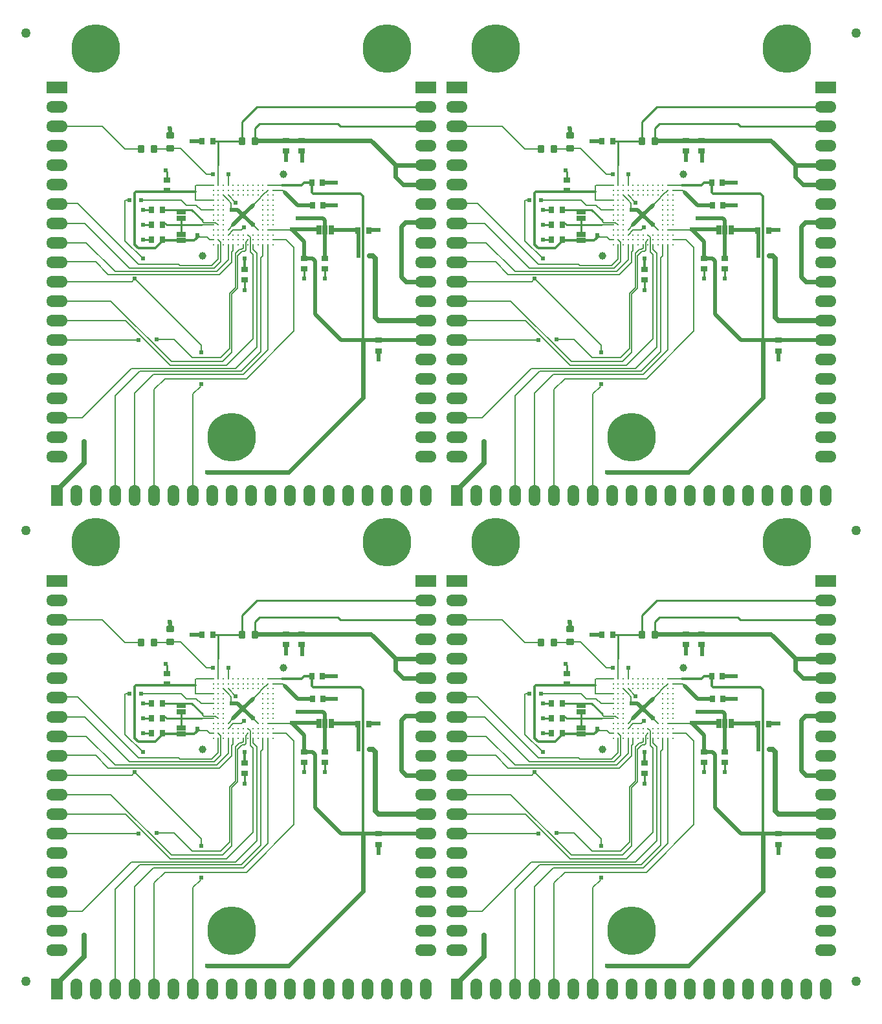
<source format=gtl>
G04*
G04 #@! TF.GenerationSoftware,Altium Limited,Altium Designer,19.1.5 (86)*
G04*
G04 Layer_Physical_Order=1*
G04 Layer_Color=255*
%FSLAX25Y25*%
%MOIN*%
G70*
G01*
G75*
%ADD10C,0.05000*%
%ADD11R,0.03740X0.02953*%
%ADD12R,0.02953X0.03740*%
%ADD13R,0.02500X0.05000*%
%ADD14R,0.05000X0.02500*%
G04:AMPARAMS|DCode=15|XSize=39.37mil|YSize=35.43mil|CornerRadius=4.43mil|HoleSize=0mil|Usage=FLASHONLY|Rotation=0.000|XOffset=0mil|YOffset=0mil|HoleType=Round|Shape=RoundedRectangle|*
%AMROUNDEDRECTD15*
21,1,0.03937,0.02657,0,0,0.0*
21,1,0.03051,0.03543,0,0,0.0*
1,1,0.00886,0.01526,-0.01329*
1,1,0.00886,-0.01526,-0.01329*
1,1,0.00886,-0.01526,0.01329*
1,1,0.00886,0.01526,0.01329*
%
%ADD15ROUNDEDRECTD15*%
%ADD16C,0.03937*%
%ADD17C,0.00984*%
G04:AMPARAMS|DCode=18|XSize=39.37mil|YSize=35.43mil|CornerRadius=4.43mil|HoleSize=0mil|Usage=FLASHONLY|Rotation=90.000|XOffset=0mil|YOffset=0mil|HoleType=Round|Shape=RoundedRectangle|*
%AMROUNDEDRECTD18*
21,1,0.03937,0.02657,0,0,90.0*
21,1,0.03051,0.03543,0,0,90.0*
1,1,0.00886,0.01329,0.01526*
1,1,0.00886,0.01329,-0.01526*
1,1,0.00886,-0.01329,-0.01526*
1,1,0.00886,-0.01329,0.01526*
%
%ADD18ROUNDEDRECTD18*%
%ADD19C,0.02500*%
%ADD20C,0.01000*%
%ADD21C,0.00600*%
%ADD22C,0.00500*%
%ADD23C,0.01200*%
%ADD24C,0.02000*%
%ADD25C,0.02200*%
%ADD26C,0.25000*%
%ADD27R,0.11000X0.06000*%
%ADD28O,0.11000X0.06000*%
%ADD29R,0.06000X0.11000*%
%ADD30O,0.06000X0.11000*%
%ADD31C,0.02400*%
D10*
X-7874Y500000D02*
D03*
X419874D02*
D03*
X-7874Y244094D02*
D03*
X419874D02*
D03*
Y11811D02*
D03*
X-7874D02*
D03*
D11*
X64774Y170410D02*
D03*
Y164899D02*
D03*
X173700Y82344D02*
D03*
Y87856D02*
D03*
X104700Y118844D02*
D03*
Y124356D02*
D03*
X135500Y124449D02*
D03*
Y129961D02*
D03*
X146300Y124449D02*
D03*
Y129961D02*
D03*
X134154Y185244D02*
D03*
Y190756D02*
D03*
X126295Y185244D02*
D03*
Y190756D02*
D03*
X270774Y170410D02*
D03*
Y164899D02*
D03*
X379700Y82344D02*
D03*
Y87856D02*
D03*
X310700Y118844D02*
D03*
Y124356D02*
D03*
X341500Y124449D02*
D03*
Y129961D02*
D03*
X352300Y124449D02*
D03*
Y129961D02*
D03*
X340154Y185244D02*
D03*
Y190756D02*
D03*
X332295Y185244D02*
D03*
Y190756D02*
D03*
X64774Y424410D02*
D03*
Y418898D02*
D03*
X173700Y336344D02*
D03*
Y341856D02*
D03*
X104700Y372844D02*
D03*
Y378356D02*
D03*
X135500Y378449D02*
D03*
Y383961D02*
D03*
X146300Y378449D02*
D03*
Y383961D02*
D03*
X134154Y439244D02*
D03*
Y444756D02*
D03*
X126295Y439244D02*
D03*
Y444756D02*
D03*
X270774Y424410D02*
D03*
Y418898D02*
D03*
X379700Y336344D02*
D03*
Y341856D02*
D03*
X310700Y372844D02*
D03*
Y378356D02*
D03*
X341500Y378449D02*
D03*
Y383961D02*
D03*
X352300Y378449D02*
D03*
Y383961D02*
D03*
X340154Y439244D02*
D03*
Y444756D02*
D03*
X332295Y439244D02*
D03*
Y444756D02*
D03*
D12*
X168756Y144300D02*
D03*
X163244D02*
D03*
X139688Y157418D02*
D03*
X145200D02*
D03*
X144856Y169000D02*
D03*
X139344D02*
D03*
X56944Y147182D02*
D03*
X62456D02*
D03*
Y155000D02*
D03*
X56944D02*
D03*
Y139505D02*
D03*
X62456D02*
D03*
X88351Y190300D02*
D03*
X82839D02*
D03*
X374756Y144300D02*
D03*
X369244D02*
D03*
X345688Y157418D02*
D03*
X351200D02*
D03*
X350856Y169000D02*
D03*
X345344D02*
D03*
X262944Y147182D02*
D03*
X268456D02*
D03*
Y155000D02*
D03*
X262944D02*
D03*
Y139505D02*
D03*
X268456D02*
D03*
X294351Y190300D02*
D03*
X288839D02*
D03*
X168756Y398300D02*
D03*
X163244D02*
D03*
X139688Y411418D02*
D03*
X145200D02*
D03*
X144856Y423000D02*
D03*
X139344D02*
D03*
X56944Y401182D02*
D03*
X62456D02*
D03*
Y409000D02*
D03*
X56944D02*
D03*
Y393505D02*
D03*
X62456D02*
D03*
X88351Y444300D02*
D03*
X82839D02*
D03*
X374756Y398300D02*
D03*
X369244D02*
D03*
X345688Y411418D02*
D03*
X351200D02*
D03*
X350856Y423000D02*
D03*
X345344D02*
D03*
X262944Y401182D02*
D03*
X268456D02*
D03*
Y409000D02*
D03*
X262944D02*
D03*
Y393505D02*
D03*
X268456D02*
D03*
X294351Y444300D02*
D03*
X288839D02*
D03*
D13*
X143055Y144623D02*
D03*
X146300D02*
D03*
X149543D02*
D03*
X349056D02*
D03*
X352300D02*
D03*
X355543D02*
D03*
X143055Y398623D02*
D03*
X146300D02*
D03*
X149543D02*
D03*
X349056D02*
D03*
X352300D02*
D03*
X355543D02*
D03*
D14*
X72200Y150678D02*
D03*
Y153922D02*
D03*
Y142422D02*
D03*
Y139178D02*
D03*
X278200Y150678D02*
D03*
Y153922D02*
D03*
Y142422D02*
D03*
Y139178D02*
D03*
X72200Y404678D02*
D03*
Y407922D02*
D03*
Y396422D02*
D03*
Y393178D02*
D03*
X278200Y404678D02*
D03*
Y407922D02*
D03*
Y396422D02*
D03*
Y393178D02*
D03*
D15*
X66500Y186453D02*
D03*
Y193147D02*
D03*
X272500Y186453D02*
D03*
Y193147D02*
D03*
X66500Y440453D02*
D03*
Y447147D02*
D03*
X272500Y440453D02*
D03*
Y447147D02*
D03*
D16*
X83096Y131396D02*
D03*
X124904Y173204D02*
D03*
X289096Y131396D02*
D03*
X330904Y173204D02*
D03*
X83096Y385397D02*
D03*
X124904Y427204D02*
D03*
X289096Y385397D02*
D03*
X330904Y427204D02*
D03*
D17*
X93764Y154859D02*
D03*
X114236D02*
D03*
X88646Y167654D02*
D03*
Y165095D02*
D03*
Y162536D02*
D03*
Y159977D02*
D03*
Y157418D02*
D03*
Y154859D02*
D03*
Y152300D02*
D03*
Y149741D02*
D03*
Y147182D02*
D03*
Y144623D02*
D03*
Y142064D02*
D03*
Y139505D02*
D03*
Y136946D02*
D03*
X91205Y167654D02*
D03*
Y165095D02*
D03*
Y162536D02*
D03*
Y159977D02*
D03*
Y157418D02*
D03*
Y154859D02*
D03*
Y152300D02*
D03*
Y149741D02*
D03*
Y147182D02*
D03*
Y144623D02*
D03*
Y142064D02*
D03*
Y139505D02*
D03*
Y136946D02*
D03*
X93764Y167654D02*
D03*
Y165095D02*
D03*
Y162536D02*
D03*
Y159977D02*
D03*
Y157418D02*
D03*
Y152300D02*
D03*
Y149741D02*
D03*
Y147182D02*
D03*
Y144623D02*
D03*
Y142064D02*
D03*
Y139505D02*
D03*
Y136946D02*
D03*
X96323Y167654D02*
D03*
Y165095D02*
D03*
Y162536D02*
D03*
Y159977D02*
D03*
Y144623D02*
D03*
Y142064D02*
D03*
Y139505D02*
D03*
Y136946D02*
D03*
X98882Y167654D02*
D03*
Y165095D02*
D03*
Y162536D02*
D03*
Y142064D02*
D03*
Y139505D02*
D03*
Y136946D02*
D03*
X101441Y167654D02*
D03*
Y165095D02*
D03*
Y162536D02*
D03*
Y142064D02*
D03*
Y139505D02*
D03*
Y136946D02*
D03*
X104000Y167654D02*
D03*
Y165095D02*
D03*
Y162536D02*
D03*
Y142064D02*
D03*
Y139505D02*
D03*
Y136946D02*
D03*
X106559Y167654D02*
D03*
Y165095D02*
D03*
Y162536D02*
D03*
Y142064D02*
D03*
Y139505D02*
D03*
Y136946D02*
D03*
X109118Y167654D02*
D03*
Y165095D02*
D03*
Y162536D02*
D03*
Y142064D02*
D03*
Y139505D02*
D03*
Y136946D02*
D03*
X111677Y167654D02*
D03*
Y165095D02*
D03*
Y162536D02*
D03*
Y159977D02*
D03*
Y144623D02*
D03*
Y142064D02*
D03*
Y139505D02*
D03*
Y136946D02*
D03*
X114236Y167654D02*
D03*
Y165095D02*
D03*
Y162536D02*
D03*
Y159977D02*
D03*
Y157418D02*
D03*
Y152300D02*
D03*
Y149741D02*
D03*
Y147182D02*
D03*
Y144623D02*
D03*
Y142064D02*
D03*
Y139505D02*
D03*
Y136946D02*
D03*
X116795Y167654D02*
D03*
Y165095D02*
D03*
Y162536D02*
D03*
Y159977D02*
D03*
Y157418D02*
D03*
Y154859D02*
D03*
Y152300D02*
D03*
Y149741D02*
D03*
Y147182D02*
D03*
Y144623D02*
D03*
Y142064D02*
D03*
Y139505D02*
D03*
Y136946D02*
D03*
X119354Y167654D02*
D03*
Y165095D02*
D03*
Y162536D02*
D03*
Y159977D02*
D03*
Y157418D02*
D03*
Y154859D02*
D03*
Y152300D02*
D03*
Y149741D02*
D03*
Y147182D02*
D03*
Y144623D02*
D03*
Y142064D02*
D03*
Y139505D02*
D03*
Y136946D02*
D03*
X299764Y154859D02*
D03*
X320236D02*
D03*
X294646Y167654D02*
D03*
Y165095D02*
D03*
Y162536D02*
D03*
Y159977D02*
D03*
Y157418D02*
D03*
Y154859D02*
D03*
Y152300D02*
D03*
Y149741D02*
D03*
Y147182D02*
D03*
Y144623D02*
D03*
Y142064D02*
D03*
Y139505D02*
D03*
Y136946D02*
D03*
X297205Y167654D02*
D03*
Y165095D02*
D03*
Y162536D02*
D03*
Y159977D02*
D03*
Y157418D02*
D03*
Y154859D02*
D03*
Y152300D02*
D03*
Y149741D02*
D03*
Y147182D02*
D03*
Y144623D02*
D03*
Y142064D02*
D03*
Y139505D02*
D03*
Y136946D02*
D03*
X299764Y167654D02*
D03*
Y165095D02*
D03*
Y162536D02*
D03*
Y159977D02*
D03*
Y157418D02*
D03*
Y152300D02*
D03*
Y149741D02*
D03*
Y147182D02*
D03*
Y144623D02*
D03*
Y142064D02*
D03*
Y139505D02*
D03*
Y136946D02*
D03*
X302323Y167654D02*
D03*
Y165095D02*
D03*
Y162536D02*
D03*
Y159977D02*
D03*
Y144623D02*
D03*
Y142064D02*
D03*
Y139505D02*
D03*
Y136946D02*
D03*
X304882Y167654D02*
D03*
Y165095D02*
D03*
Y162536D02*
D03*
Y142064D02*
D03*
Y139505D02*
D03*
Y136946D02*
D03*
X307441Y167654D02*
D03*
Y165095D02*
D03*
Y162536D02*
D03*
Y142064D02*
D03*
Y139505D02*
D03*
Y136946D02*
D03*
X310000Y167654D02*
D03*
Y165095D02*
D03*
Y162536D02*
D03*
Y142064D02*
D03*
Y139505D02*
D03*
Y136946D02*
D03*
X312559Y167654D02*
D03*
Y165095D02*
D03*
Y162536D02*
D03*
Y142064D02*
D03*
Y139505D02*
D03*
Y136946D02*
D03*
X315118Y167654D02*
D03*
Y165095D02*
D03*
Y162536D02*
D03*
Y142064D02*
D03*
Y139505D02*
D03*
Y136946D02*
D03*
X317677Y167654D02*
D03*
Y165095D02*
D03*
Y162536D02*
D03*
Y159977D02*
D03*
Y144623D02*
D03*
Y142064D02*
D03*
Y139505D02*
D03*
Y136946D02*
D03*
X320236Y167654D02*
D03*
Y165095D02*
D03*
Y162536D02*
D03*
Y159977D02*
D03*
Y157418D02*
D03*
Y152300D02*
D03*
Y149741D02*
D03*
Y147182D02*
D03*
Y144623D02*
D03*
Y142064D02*
D03*
Y139505D02*
D03*
Y136946D02*
D03*
X322795Y167654D02*
D03*
Y165095D02*
D03*
Y162536D02*
D03*
Y159977D02*
D03*
Y157418D02*
D03*
Y154859D02*
D03*
Y152300D02*
D03*
Y149741D02*
D03*
Y147182D02*
D03*
Y144623D02*
D03*
Y142064D02*
D03*
Y139505D02*
D03*
Y136946D02*
D03*
X325354Y167654D02*
D03*
Y165095D02*
D03*
Y162536D02*
D03*
Y159977D02*
D03*
Y157418D02*
D03*
Y154859D02*
D03*
Y152300D02*
D03*
Y149741D02*
D03*
Y147182D02*
D03*
Y144623D02*
D03*
Y142064D02*
D03*
Y139505D02*
D03*
Y136946D02*
D03*
X93764Y408859D02*
D03*
X114236D02*
D03*
X88646Y421654D02*
D03*
Y419095D02*
D03*
Y416536D02*
D03*
Y413977D02*
D03*
Y411418D02*
D03*
Y408859D02*
D03*
Y406300D02*
D03*
Y403741D02*
D03*
Y401182D02*
D03*
Y398623D02*
D03*
Y396064D02*
D03*
Y393505D02*
D03*
Y390946D02*
D03*
X91205Y421654D02*
D03*
Y419095D02*
D03*
Y416536D02*
D03*
Y413977D02*
D03*
Y411418D02*
D03*
Y408859D02*
D03*
Y406300D02*
D03*
Y403741D02*
D03*
Y401182D02*
D03*
Y398623D02*
D03*
Y396064D02*
D03*
Y393505D02*
D03*
Y390946D02*
D03*
X93764Y421654D02*
D03*
Y419095D02*
D03*
Y416536D02*
D03*
Y413977D02*
D03*
Y411418D02*
D03*
Y406300D02*
D03*
Y403741D02*
D03*
Y401182D02*
D03*
Y398623D02*
D03*
Y396064D02*
D03*
Y393505D02*
D03*
Y390946D02*
D03*
X96323Y421654D02*
D03*
Y419095D02*
D03*
Y416536D02*
D03*
Y413977D02*
D03*
Y398623D02*
D03*
Y396064D02*
D03*
Y393505D02*
D03*
Y390946D02*
D03*
X98882Y421654D02*
D03*
Y419095D02*
D03*
Y416536D02*
D03*
Y396064D02*
D03*
Y393505D02*
D03*
Y390946D02*
D03*
X101441Y421654D02*
D03*
Y419095D02*
D03*
Y416536D02*
D03*
Y396064D02*
D03*
Y393505D02*
D03*
Y390946D02*
D03*
X104000Y421654D02*
D03*
Y419095D02*
D03*
Y416536D02*
D03*
Y396064D02*
D03*
Y393505D02*
D03*
Y390946D02*
D03*
X106559Y421654D02*
D03*
Y419095D02*
D03*
Y416536D02*
D03*
Y396064D02*
D03*
Y393505D02*
D03*
Y390946D02*
D03*
X109118Y421654D02*
D03*
Y419095D02*
D03*
Y416536D02*
D03*
Y396064D02*
D03*
Y393505D02*
D03*
Y390946D02*
D03*
X111677Y421654D02*
D03*
Y419095D02*
D03*
Y416536D02*
D03*
Y413977D02*
D03*
Y398623D02*
D03*
Y396064D02*
D03*
Y393505D02*
D03*
Y390946D02*
D03*
X114236Y421654D02*
D03*
Y419095D02*
D03*
Y416536D02*
D03*
Y413977D02*
D03*
Y411418D02*
D03*
Y406300D02*
D03*
Y403741D02*
D03*
Y401182D02*
D03*
Y398623D02*
D03*
Y396064D02*
D03*
Y393505D02*
D03*
Y390946D02*
D03*
X116795Y421654D02*
D03*
Y419095D02*
D03*
Y416536D02*
D03*
Y413977D02*
D03*
Y411418D02*
D03*
Y408859D02*
D03*
Y406300D02*
D03*
Y403741D02*
D03*
Y401182D02*
D03*
Y398623D02*
D03*
Y396064D02*
D03*
Y393505D02*
D03*
Y390946D02*
D03*
X119354Y421654D02*
D03*
Y419095D02*
D03*
Y416536D02*
D03*
Y413977D02*
D03*
Y411418D02*
D03*
Y408859D02*
D03*
Y406300D02*
D03*
Y403741D02*
D03*
Y401182D02*
D03*
Y398623D02*
D03*
Y396064D02*
D03*
Y393505D02*
D03*
Y390946D02*
D03*
X299764Y408859D02*
D03*
X320236D02*
D03*
X294646Y421654D02*
D03*
Y419095D02*
D03*
Y416536D02*
D03*
Y413977D02*
D03*
Y411418D02*
D03*
Y408859D02*
D03*
Y406300D02*
D03*
Y403741D02*
D03*
Y401182D02*
D03*
Y398623D02*
D03*
Y396064D02*
D03*
Y393505D02*
D03*
Y390946D02*
D03*
X297205Y421654D02*
D03*
Y419095D02*
D03*
Y416536D02*
D03*
Y413977D02*
D03*
Y411418D02*
D03*
Y408859D02*
D03*
Y406300D02*
D03*
Y403741D02*
D03*
Y401182D02*
D03*
Y398623D02*
D03*
Y396064D02*
D03*
Y393505D02*
D03*
Y390946D02*
D03*
X299764Y421654D02*
D03*
Y419095D02*
D03*
Y416536D02*
D03*
Y413977D02*
D03*
Y411418D02*
D03*
Y406300D02*
D03*
Y403741D02*
D03*
Y401182D02*
D03*
Y398623D02*
D03*
Y396064D02*
D03*
Y393505D02*
D03*
Y390946D02*
D03*
X302323Y421654D02*
D03*
Y419095D02*
D03*
Y416536D02*
D03*
Y413977D02*
D03*
Y398623D02*
D03*
Y396064D02*
D03*
Y393505D02*
D03*
Y390946D02*
D03*
X304882Y421654D02*
D03*
Y419095D02*
D03*
Y416536D02*
D03*
Y396064D02*
D03*
Y393505D02*
D03*
Y390946D02*
D03*
X307441Y421654D02*
D03*
Y419095D02*
D03*
Y416536D02*
D03*
Y396064D02*
D03*
Y393505D02*
D03*
Y390946D02*
D03*
X310000Y421654D02*
D03*
Y419095D02*
D03*
Y416536D02*
D03*
Y396064D02*
D03*
Y393505D02*
D03*
Y390946D02*
D03*
X312559Y421654D02*
D03*
Y419095D02*
D03*
Y416536D02*
D03*
Y396064D02*
D03*
Y393505D02*
D03*
Y390946D02*
D03*
X315118Y421654D02*
D03*
Y419095D02*
D03*
Y416536D02*
D03*
Y396064D02*
D03*
Y393505D02*
D03*
Y390946D02*
D03*
X317677Y421654D02*
D03*
Y419095D02*
D03*
Y416536D02*
D03*
Y413977D02*
D03*
Y398623D02*
D03*
Y396064D02*
D03*
Y393505D02*
D03*
Y390946D02*
D03*
X320236Y421654D02*
D03*
Y419095D02*
D03*
Y416536D02*
D03*
Y413977D02*
D03*
Y411418D02*
D03*
Y406300D02*
D03*
Y403741D02*
D03*
Y401182D02*
D03*
Y398623D02*
D03*
Y396064D02*
D03*
Y393505D02*
D03*
Y390946D02*
D03*
X322795Y421654D02*
D03*
Y419095D02*
D03*
Y416536D02*
D03*
Y413977D02*
D03*
Y411418D02*
D03*
Y408859D02*
D03*
Y406300D02*
D03*
Y403741D02*
D03*
Y401182D02*
D03*
Y398623D02*
D03*
Y396064D02*
D03*
Y393505D02*
D03*
Y390946D02*
D03*
X325354Y421654D02*
D03*
Y419095D02*
D03*
Y416536D02*
D03*
Y413977D02*
D03*
Y411418D02*
D03*
Y408859D02*
D03*
Y406300D02*
D03*
Y403741D02*
D03*
Y401182D02*
D03*
Y398623D02*
D03*
Y396064D02*
D03*
Y393505D02*
D03*
Y390946D02*
D03*
D18*
X103354Y190300D02*
D03*
X110047D02*
D03*
X51354Y186200D02*
D03*
X58047D02*
D03*
X309353Y190300D02*
D03*
X316047D02*
D03*
X257353Y186200D02*
D03*
X264047D02*
D03*
X103354Y444300D02*
D03*
X110047D02*
D03*
X51354Y440200D02*
D03*
X58047D02*
D03*
X309353Y444300D02*
D03*
X316047D02*
D03*
X257353Y440200D02*
D03*
X264047D02*
D03*
D19*
X22300Y24600D02*
Y35700D01*
X8200Y10500D02*
X22300Y24600D01*
X8200Y8000D02*
Y10500D01*
X170835Y131398D02*
X172300Y129934D01*
X169002Y131398D02*
X170835D01*
X172300Y99464D02*
Y129934D01*
Y99464D02*
X173765Y98000D01*
X198200D01*
X228300Y24600D02*
Y35700D01*
X214200Y10500D02*
X228300Y24600D01*
X214200Y8000D02*
Y10500D01*
X376835Y131398D02*
X378300Y129934D01*
X375002Y131398D02*
X376835D01*
X378300Y99464D02*
Y129934D01*
Y99464D02*
X379765Y98000D01*
X404200D01*
X22300Y278600D02*
Y289700D01*
X8200Y264500D02*
X22300Y278600D01*
X8200Y262000D02*
Y264500D01*
X170835Y385398D02*
X172300Y383934D01*
X169002Y385398D02*
X170835D01*
X172300Y353465D02*
Y383934D01*
Y353465D02*
X173765Y352000D01*
X198200D01*
X228300Y278600D02*
Y289700D01*
X214200Y264500D02*
X228300Y278600D01*
X214200Y262000D02*
Y264500D01*
X376835Y385398D02*
X378300Y383934D01*
X375002Y385398D02*
X376835D01*
X378300Y353465D02*
Y383934D01*
Y353465D02*
X379765Y352000D01*
X404200D01*
D20*
X104700Y113600D02*
Y118844D01*
X103354Y200254D02*
X111100Y208000D01*
X198200D01*
X103354Y190300D02*
Y200254D01*
X112400Y199400D02*
X152673D01*
X154074Y198000D01*
X198200D01*
X110047Y197046D02*
X112400Y199400D01*
X110047Y190300D02*
Y197046D01*
X64300Y175174D02*
X64774Y174700D01*
X64300Y175174D02*
Y175200D01*
X64774Y170410D02*
Y174700D01*
X52338Y139505D02*
X56944D01*
X52338Y147182D02*
X56944D01*
X52338Y154859D02*
X56803D01*
X56944Y155000D01*
X146300Y119500D02*
Y124449D01*
X135500Y119500D02*
Y124449D01*
X72200Y147182D02*
X82839D01*
X64774D02*
X72200D01*
Y150678D01*
Y142422D02*
Y147182D01*
X63956Y155000D02*
X77605D01*
X83098Y149507D01*
X63956Y148000D02*
X64774Y147182D01*
X88351Y190300D02*
X91205D01*
X103354D01*
X91205Y178000D02*
Y190300D01*
X97900Y155000D02*
X98041Y154859D01*
X310700Y113600D02*
Y118844D01*
X309353Y200254D02*
X317100Y208000D01*
X404200D01*
X309353Y190300D02*
Y200254D01*
X318400Y199400D02*
X358674D01*
X360073Y198000D01*
X404200D01*
X316047Y197046D02*
X318400Y199400D01*
X316047Y190300D02*
Y197046D01*
X270300Y175174D02*
X270774Y174700D01*
X270300Y175174D02*
Y175200D01*
X270774Y170410D02*
Y174700D01*
X258338Y139505D02*
X262944D01*
X258338Y147182D02*
X262944D01*
X258338Y154859D02*
X262803D01*
X262944Y155000D01*
X352300Y119500D02*
Y124449D01*
X341500Y119500D02*
Y124449D01*
X278200Y147182D02*
X288839D01*
X270774D02*
X278200D01*
Y150678D01*
Y142422D02*
Y147182D01*
X269956Y155000D02*
X283605D01*
X289098Y149507D01*
X269956Y148000D02*
X270774Y147182D01*
X294351Y190300D02*
X297205D01*
X309353D01*
X297205Y178000D02*
Y190300D01*
X303900Y155000D02*
X304041Y154859D01*
X104700Y367600D02*
Y372844D01*
X103354Y454254D02*
X111100Y462000D01*
X198200D01*
X103354Y444300D02*
Y454254D01*
X112400Y453400D02*
X152673D01*
X154074Y452000D01*
X198200D01*
X110047Y451047D02*
X112400Y453400D01*
X110047Y444300D02*
Y451047D01*
X64300Y429174D02*
X64774Y428700D01*
X64300Y429174D02*
Y429200D01*
X64774Y424410D02*
Y428700D01*
X52338Y393505D02*
X56944D01*
X52338Y401182D02*
X56944D01*
X52338Y408859D02*
X56803D01*
X56944Y409000D01*
X146300Y373500D02*
Y378449D01*
X135500Y373500D02*
Y378449D01*
X72200Y401182D02*
X82839D01*
X64774D02*
X72200D01*
Y404678D01*
Y396422D02*
Y401182D01*
X63956Y409000D02*
X77605D01*
X83098Y403507D01*
X63956Y402000D02*
X64774Y401182D01*
X88351Y444300D02*
X91205D01*
X103354D01*
X91205Y432000D02*
Y444300D01*
X97900Y409000D02*
X98041Y408859D01*
X310700Y367600D02*
Y372844D01*
X309353Y454254D02*
X317100Y462000D01*
X404200D01*
X309353Y444300D02*
Y454254D01*
X318400Y453400D02*
X358674D01*
X360073Y452000D01*
X404200D01*
X316047Y451047D02*
X318400Y453400D01*
X316047Y444300D02*
Y451047D01*
X270300Y429174D02*
X270774Y428700D01*
X270300Y429174D02*
Y429200D01*
X270774Y424410D02*
Y428700D01*
X258338Y393505D02*
X262944D01*
X258338Y401182D02*
X262944D01*
X258338Y408859D02*
X262803D01*
X262944Y409000D01*
X352300Y373500D02*
Y378449D01*
X341500Y373500D02*
Y378449D01*
X278200Y401182D02*
X288839D01*
X270774D02*
X278200D01*
Y404678D01*
Y396422D02*
Y401182D01*
X269956Y409000D02*
X283605D01*
X289098Y403507D01*
X269956Y402000D02*
X270774Y401182D01*
X294351Y444300D02*
X297205D01*
X309353D01*
X297205Y432000D02*
Y444300D01*
X303900Y409000D02*
X304041Y408859D01*
D21*
X95400Y75100D02*
X109062Y88762D01*
X66400Y75100D02*
X95400D01*
X43500Y98000D02*
X66400Y75100D01*
X100241Y73400D02*
X111100Y84259D01*
X46500Y73400D02*
X100241D01*
X21100Y48000D02*
X46500Y73400D01*
X103200Y71900D02*
X113100Y81800D01*
X50703Y71900D02*
X103200D01*
X38200Y59397D02*
X50703Y71900D01*
X8200Y88000D02*
X49998D01*
X68500Y88300D02*
X77900Y78900D01*
X59500Y88300D02*
X68500D01*
X35800Y108000D02*
X67000Y76800D01*
X8200Y108000D02*
X35800D01*
X67000Y76800D02*
X93500D01*
X8200Y98000D02*
X43500D01*
X77900Y78900D02*
X92400D01*
X97100Y83600D01*
Y111956D01*
X100144Y115000D01*
Y131854D01*
X100195Y131905D01*
Y132531D01*
X91800Y121700D02*
X98200Y128100D01*
Y133299D01*
X98882Y133981D01*
Y136946D01*
X103430Y133584D02*
X104700D01*
X101244Y131398D02*
X103430Y133584D01*
X8200Y48000D02*
X21100D01*
X111100Y84259D02*
Y132531D01*
X113100Y81800D02*
Y130262D01*
X110047Y133584D02*
X111100Y132531D01*
X104177Y70200D02*
X116795Y82818D01*
X57700Y70200D02*
X104177D01*
X116795Y82818D02*
Y136946D01*
X109062Y88762D02*
Y132038D01*
X107900Y133200D02*
X109062Y132038D01*
X101244Y114544D02*
Y131398D01*
X98200Y111500D02*
X101244Y114544D01*
X98200Y81500D02*
Y111500D01*
X93500Y76800D02*
X98200Y81500D01*
X48200Y60700D02*
X57700Y70200D01*
X34600Y121700D02*
X91800D01*
X92484Y128279D02*
Y133584D01*
X89205Y125000D02*
X92484Y128279D01*
X45600Y125000D02*
X89205D01*
X91205Y129742D02*
Y136946D01*
X87827Y126364D02*
X91205Y129742D01*
X71536Y126364D02*
X87827D01*
X96323Y129187D02*
Y136946D01*
X90436Y123300D02*
X96323Y129187D01*
X38000Y123300D02*
X90436D01*
X70900Y127000D02*
X71536Y126364D01*
X119354Y144623D02*
X129577D01*
X48200Y119500D02*
X82500Y85200D01*
Y81500D02*
Y85200D01*
X43300Y159777D02*
X43500Y159977D01*
X45600D01*
X43300Y138998D02*
Y159777D01*
Y138998D02*
X52338Y129961D01*
X49998Y127000D02*
X70900D01*
X18798Y158200D02*
X49998Y127000D01*
X8400Y158200D02*
X18798D01*
X23300Y138000D02*
X38000Y123300D01*
X28000Y128300D02*
X34600Y121700D01*
X46700Y118000D02*
X48200Y119500D01*
X8200Y118000D02*
X46700D01*
X78200Y60200D02*
X82000Y64000D01*
X78200Y8000D02*
Y60200D01*
X114236Y131398D02*
Y136946D01*
X113100Y130262D02*
X114236Y131398D01*
X38200Y8000D02*
Y59397D01*
X43300Y186200D02*
X51354D01*
X31500Y198000D02*
X43300Y186200D01*
X8200Y198000D02*
X31500D01*
X88349Y173202D02*
X88351Y173204D01*
X85098Y173202D02*
X88349D01*
X71846Y186453D02*
X85098Y173202D01*
X66500Y186453D02*
X71846D01*
X66246Y186200D02*
X66500Y186453D01*
X58047Y186200D02*
X66246D01*
X103023Y144623D02*
X104400Y146000D01*
X51354Y159977D02*
X72200D01*
X74759Y157418D01*
X79852D01*
X82411Y154859D01*
X88646D01*
X79500Y164389D02*
Y167303D01*
X79852Y167654D01*
X79500Y159977D02*
Y164389D01*
X124505Y165095D02*
X125500Y164100D01*
X119354Y165095D02*
X124505D01*
X22600Y148000D02*
X45600Y125000D01*
X8200Y148000D02*
X22600D01*
X81050Y141350D02*
X81600Y140800D01*
X83098Y148994D02*
Y149507D01*
X82839Y147182D02*
X88646D01*
X96323Y167654D02*
Y173204D01*
X79500Y159977D02*
X88646D01*
X79852Y167654D02*
X88646D01*
X81600Y140800D02*
X85595D01*
X86891Y139505D01*
X88646D01*
X8200Y158000D02*
X8400Y158200D01*
X8200Y138000D02*
X23300D01*
X8500Y128300D02*
X28000D01*
X8200Y128000D02*
X8500Y128300D01*
X48200Y8000D02*
Y60700D01*
X58200Y8000D02*
Y62500D01*
X63800Y68100D01*
X105800D01*
X130200Y92500D01*
Y135600D01*
X126295Y139505D02*
X130200Y135600D01*
X119354Y139505D02*
X126295D01*
X119354Y167654D02*
X124246D01*
X116795D02*
X119354D01*
X116795Y144623D02*
X119354D01*
X98882D02*
X103023D01*
X96323Y142064D02*
X98882Y144623D01*
X97900Y155000D02*
Y158400D01*
X96323Y159977D02*
X97900Y158400D01*
X93764Y162536D02*
X96323Y159977D01*
X109062Y157418D02*
X109118D01*
X111677Y159977D01*
X114236Y162536D02*
X116795Y165095D01*
X111677Y159977D02*
X114236Y162536D01*
X109118Y147182D02*
X111677Y144623D01*
X96323D02*
X98882Y147182D01*
X96323Y162536D02*
X100259Y158600D01*
X91205Y167654D02*
Y178000D01*
X301400Y75100D02*
X315062Y88762D01*
X272400Y75100D02*
X301400D01*
X249500Y98000D02*
X272400Y75100D01*
X306241Y73400D02*
X317100Y84259D01*
X252500Y73400D02*
X306241D01*
X227100Y48000D02*
X252500Y73400D01*
X309200Y71900D02*
X319100Y81800D01*
X256703Y71900D02*
X309200D01*
X244200Y59397D02*
X256703Y71900D01*
X214200Y88000D02*
X255998D01*
X274500Y88300D02*
X283900Y78900D01*
X265500Y88300D02*
X274500D01*
X241800Y108000D02*
X273000Y76800D01*
X214200Y108000D02*
X241800D01*
X273000Y76800D02*
X299500D01*
X214200Y98000D02*
X249500D01*
X283900Y78900D02*
X298400D01*
X303100Y83600D01*
Y111956D01*
X306144Y115000D01*
Y131854D01*
X306195Y131905D01*
Y132531D01*
X297800Y121700D02*
X304200Y128100D01*
Y133299D01*
X304882Y133981D01*
Y136946D01*
X309430Y133584D02*
X310700D01*
X307244Y131398D02*
X309430Y133584D01*
X214200Y48000D02*
X227100D01*
X317100Y84259D02*
Y132531D01*
X319100Y81800D02*
Y130262D01*
X316047Y133584D02*
X317100Y132531D01*
X310177Y70200D02*
X322795Y82818D01*
X263700Y70200D02*
X310177D01*
X322795Y82818D02*
Y136946D01*
X315062Y88762D02*
Y132038D01*
X313900Y133200D02*
X315062Y132038D01*
X307244Y114544D02*
Y131398D01*
X304200Y111500D02*
X307244Y114544D01*
X304200Y81500D02*
Y111500D01*
X299500Y76800D02*
X304200Y81500D01*
X254200Y60700D02*
X263700Y70200D01*
X240600Y121700D02*
X297800D01*
X298484Y128279D02*
Y133584D01*
X295205Y125000D02*
X298484Y128279D01*
X251600Y125000D02*
X295205D01*
X297205Y129742D02*
Y136946D01*
X293827Y126364D02*
X297205Y129742D01*
X277536Y126364D02*
X293827D01*
X302323Y129187D02*
Y136946D01*
X296436Y123300D02*
X302323Y129187D01*
X244000Y123300D02*
X296436D01*
X276900Y127000D02*
X277536Y126364D01*
X325354Y144623D02*
X335577D01*
X254200Y119500D02*
X288500Y85200D01*
Y81500D02*
Y85200D01*
X249300Y159777D02*
X249500Y159977D01*
X251600D01*
X249300Y138998D02*
Y159777D01*
Y138998D02*
X258338Y129961D01*
X255998Y127000D02*
X276900D01*
X224798Y158200D02*
X255998Y127000D01*
X214400Y158200D02*
X224798D01*
X229300Y138000D02*
X244000Y123300D01*
X234000Y128300D02*
X240600Y121700D01*
X252700Y118000D02*
X254200Y119500D01*
X214200Y118000D02*
X252700D01*
X284200Y60200D02*
X288000Y64000D01*
X284200Y8000D02*
Y60200D01*
X320236Y131398D02*
Y136946D01*
X319100Y130262D02*
X320236Y131398D01*
X244200Y8000D02*
Y59397D01*
X249300Y186200D02*
X257353D01*
X237500Y198000D02*
X249300Y186200D01*
X214200Y198000D02*
X237500D01*
X294349Y173202D02*
X294351Y173204D01*
X291098Y173202D02*
X294349D01*
X277847Y186453D02*
X291098Y173202D01*
X272500Y186453D02*
X277847D01*
X272247Y186200D02*
X272500Y186453D01*
X264047Y186200D02*
X272247D01*
X309023Y144623D02*
X310400Y146000D01*
X257353Y159977D02*
X278200D01*
X280759Y157418D01*
X285852D01*
X288410Y154859D01*
X294646D01*
X285500Y164389D02*
Y167303D01*
X285852Y167654D01*
X285500Y159977D02*
Y164389D01*
X330505Y165095D02*
X331500Y164100D01*
X325354Y165095D02*
X330505D01*
X228600Y148000D02*
X251600Y125000D01*
X214200Y148000D02*
X228600D01*
X287050Y141350D02*
X287600Y140800D01*
X289098Y148994D02*
Y149507D01*
X288839Y147182D02*
X294646D01*
X302323Y167654D02*
Y173204D01*
X285500Y159977D02*
X294646D01*
X285852Y167654D02*
X294646D01*
X287600Y140800D02*
X291595D01*
X292891Y139505D01*
X294646D01*
X214200Y158000D02*
X214400Y158200D01*
X214200Y138000D02*
X229300D01*
X214500Y128300D02*
X234000D01*
X214200Y128000D02*
X214500Y128300D01*
X254200Y8000D02*
Y60700D01*
X264200Y8000D02*
Y62500D01*
X269800Y68100D01*
X311800D01*
X336200Y92500D01*
Y135600D01*
X332295Y139505D02*
X336200Y135600D01*
X325354Y139505D02*
X332295D01*
X325354Y167654D02*
X330246D01*
X322795D02*
X325354D01*
X322795Y144623D02*
X325354D01*
X304882D02*
X309023D01*
X302323Y142064D02*
X304882Y144623D01*
X303900Y155000D02*
Y158400D01*
X302323Y159977D02*
X303900Y158400D01*
X299764Y162536D02*
X302323Y159977D01*
X315062Y157418D02*
X315118D01*
X317677Y159977D01*
X320236Y162536D02*
X322795Y165095D01*
X317677Y159977D02*
X320236Y162536D01*
X315118Y147182D02*
X317677Y144623D01*
X302323D02*
X304882Y147182D01*
X302323Y162536D02*
X306259Y158600D01*
X297205Y167654D02*
Y178000D01*
X95400Y329100D02*
X109062Y342762D01*
X66400Y329100D02*
X95400D01*
X43500Y352000D02*
X66400Y329100D01*
X100241Y327400D02*
X111100Y338259D01*
X46500Y327400D02*
X100241D01*
X21100Y302000D02*
X46500Y327400D01*
X103200Y325900D02*
X113100Y335800D01*
X50703Y325900D02*
X103200D01*
X38200Y313397D02*
X50703Y325900D01*
X8200Y342000D02*
X49998D01*
X68500Y342300D02*
X77900Y332900D01*
X59500Y342300D02*
X68500D01*
X35800Y362000D02*
X67000Y330800D01*
X8200Y362000D02*
X35800D01*
X67000Y330800D02*
X93500D01*
X8200Y352000D02*
X43500D01*
X77900Y332900D02*
X92400D01*
X97100Y337600D01*
Y365956D01*
X100144Y369000D01*
Y385854D01*
X100195Y385905D01*
Y386531D01*
X91800Y375700D02*
X98200Y382100D01*
Y387299D01*
X98882Y387981D01*
Y390946D01*
X103430Y387584D02*
X104700D01*
X101244Y385398D02*
X103430Y387584D01*
X8200Y302000D02*
X21100D01*
X111100Y338259D02*
Y386531D01*
X113100Y335800D02*
Y384262D01*
X110047Y387584D02*
X111100Y386531D01*
X104177Y324200D02*
X116795Y336818D01*
X57700Y324200D02*
X104177D01*
X116795Y336818D02*
Y390946D01*
X109062Y342762D02*
Y386038D01*
X107900Y387200D02*
X109062Y386038D01*
X101244Y368544D02*
Y385398D01*
X98200Y365500D02*
X101244Y368544D01*
X98200Y335500D02*
Y365500D01*
X93500Y330800D02*
X98200Y335500D01*
X48200Y314700D02*
X57700Y324200D01*
X34600Y375700D02*
X91800D01*
X92484Y382279D02*
Y387584D01*
X89205Y379000D02*
X92484Y382279D01*
X45600Y379000D02*
X89205D01*
X91205Y383742D02*
Y390946D01*
X87827Y380364D02*
X91205Y383742D01*
X71536Y380364D02*
X87827D01*
X96323Y383187D02*
Y390946D01*
X90436Y377300D02*
X96323Y383187D01*
X38000Y377300D02*
X90436D01*
X70900Y381000D02*
X71536Y380364D01*
X119354Y398623D02*
X129577D01*
X48200Y373500D02*
X82500Y339200D01*
Y335500D02*
Y339200D01*
X43300Y413777D02*
X43500Y413977D01*
X45600D01*
X43300Y392998D02*
Y413777D01*
Y392998D02*
X52338Y383961D01*
X49998Y381000D02*
X70900D01*
X18798Y412200D02*
X49998Y381000D01*
X8400Y412200D02*
X18798D01*
X23300Y392000D02*
X38000Y377300D01*
X28000Y382300D02*
X34600Y375700D01*
X46700Y372000D02*
X48200Y373500D01*
X8200Y372000D02*
X46700D01*
X78200Y314200D02*
X82000Y318000D01*
X78200Y262000D02*
Y314200D01*
X114236Y385398D02*
Y390946D01*
X113100Y384262D02*
X114236Y385398D01*
X38200Y262000D02*
Y313397D01*
X43300Y440200D02*
X51354D01*
X31500Y452000D02*
X43300Y440200D01*
X8200Y452000D02*
X31500D01*
X88349Y427202D02*
X88351Y427204D01*
X85098Y427202D02*
X88349D01*
X71846Y440453D02*
X85098Y427202D01*
X66500Y440453D02*
X71846D01*
X66246Y440200D02*
X66500Y440453D01*
X58047Y440200D02*
X66246D01*
X103023Y398623D02*
X104400Y400000D01*
X51354Y413977D02*
X72200D01*
X74759Y411418D01*
X79852D01*
X82411Y408859D01*
X88646D01*
X79500Y418389D02*
Y421303D01*
X79852Y421654D01*
X79500Y413977D02*
Y418389D01*
X124505Y419095D02*
X125500Y418100D01*
X119354Y419095D02*
X124505D01*
X22600Y402000D02*
X45600Y379000D01*
X8200Y402000D02*
X22600D01*
X81050Y395350D02*
X81600Y394800D01*
X83098Y402994D02*
Y403507D01*
X82839Y401182D02*
X88646D01*
X96323Y421654D02*
Y427204D01*
X79500Y413977D02*
X88646D01*
X79852Y421654D02*
X88646D01*
X81600Y394800D02*
X85595D01*
X86891Y393505D01*
X88646D01*
X8200Y412000D02*
X8400Y412200D01*
X8200Y392000D02*
X23300D01*
X8500Y382300D02*
X28000D01*
X8200Y382000D02*
X8500Y382300D01*
X48200Y262000D02*
Y314700D01*
X58200Y262000D02*
Y316500D01*
X63800Y322100D01*
X105800D01*
X130200Y346500D01*
Y389600D01*
X126295Y393505D02*
X130200Y389600D01*
X119354Y393505D02*
X126295D01*
X119354Y421654D02*
X124246D01*
X116795D02*
X119354D01*
X116795Y398623D02*
X119354D01*
X98882D02*
X103023D01*
X96323Y396064D02*
X98882Y398623D01*
X97900Y409000D02*
Y412400D01*
X96323Y413977D02*
X97900Y412400D01*
X93764Y416536D02*
X96323Y413977D01*
X109062Y411418D02*
X109118D01*
X111677Y413977D01*
X114236Y416536D02*
X116795Y419095D01*
X111677Y413977D02*
X114236Y416536D01*
X109118Y401182D02*
X111677Y398623D01*
X96323D02*
X98882Y401182D01*
X96323Y416536D02*
X100259Y412600D01*
X91205Y421654D02*
Y432000D01*
X301400Y329100D02*
X315062Y342762D01*
X272400Y329100D02*
X301400D01*
X249500Y352000D02*
X272400Y329100D01*
X306241Y327400D02*
X317100Y338259D01*
X252500Y327400D02*
X306241D01*
X227100Y302000D02*
X252500Y327400D01*
X309200Y325900D02*
X319100Y335800D01*
X256703Y325900D02*
X309200D01*
X244200Y313397D02*
X256703Y325900D01*
X214200Y342000D02*
X255998D01*
X274500Y342300D02*
X283900Y332900D01*
X265500Y342300D02*
X274500D01*
X241800Y362000D02*
X273000Y330800D01*
X214200Y362000D02*
X241800D01*
X273000Y330800D02*
X299500D01*
X214200Y352000D02*
X249500D01*
X283900Y332900D02*
X298400D01*
X303100Y337600D01*
Y365956D01*
X306144Y369000D01*
Y385854D01*
X306195Y385905D01*
Y386531D01*
X297800Y375700D02*
X304200Y382100D01*
Y387299D01*
X304882Y387981D01*
Y390946D01*
X309430Y387584D02*
X310700D01*
X307244Y385398D02*
X309430Y387584D01*
X214200Y302000D02*
X227100D01*
X317100Y338259D02*
Y386531D01*
X319100Y335800D02*
Y384262D01*
X316047Y387584D02*
X317100Y386531D01*
X310177Y324200D02*
X322795Y336818D01*
X263700Y324200D02*
X310177D01*
X322795Y336818D02*
Y390946D01*
X315062Y342762D02*
Y386038D01*
X313900Y387200D02*
X315062Y386038D01*
X307244Y368544D02*
Y385398D01*
X304200Y365500D02*
X307244Y368544D01*
X304200Y335500D02*
Y365500D01*
X299500Y330800D02*
X304200Y335500D01*
X254200Y314700D02*
X263700Y324200D01*
X240600Y375700D02*
X297800D01*
X298484Y382279D02*
Y387584D01*
X295205Y379000D02*
X298484Y382279D01*
X251600Y379000D02*
X295205D01*
X297205Y383742D02*
Y390946D01*
X293827Y380364D02*
X297205Y383742D01*
X277536Y380364D02*
X293827D01*
X302323Y383187D02*
Y390946D01*
X296436Y377300D02*
X302323Y383187D01*
X244000Y377300D02*
X296436D01*
X276900Y381000D02*
X277536Y380364D01*
X325354Y398623D02*
X335577D01*
X254200Y373500D02*
X288500Y339200D01*
Y335500D02*
Y339200D01*
X249300Y413777D02*
X249500Y413977D01*
X251600D01*
X249300Y392998D02*
Y413777D01*
Y392998D02*
X258338Y383961D01*
X255998Y381000D02*
X276900D01*
X224798Y412200D02*
X255998Y381000D01*
X214400Y412200D02*
X224798D01*
X229300Y392000D02*
X244000Y377300D01*
X234000Y382300D02*
X240600Y375700D01*
X252700Y372000D02*
X254200Y373500D01*
X214200Y372000D02*
X252700D01*
X284200Y314200D02*
X288000Y318000D01*
X284200Y262000D02*
Y314200D01*
X320236Y385398D02*
Y390946D01*
X319100Y384262D02*
X320236Y385398D01*
X244200Y262000D02*
Y313397D01*
X249300Y440200D02*
X257353D01*
X237500Y452000D02*
X249300Y440200D01*
X214200Y452000D02*
X237500D01*
X294349Y427202D02*
X294351Y427204D01*
X291098Y427202D02*
X294349D01*
X277847Y440453D02*
X291098Y427202D01*
X272500Y440453D02*
X277847D01*
X272247Y440200D02*
X272500Y440453D01*
X264047Y440200D02*
X272247D01*
X309023Y398623D02*
X310400Y400000D01*
X257353Y413977D02*
X278200D01*
X280759Y411418D01*
X285852D01*
X288410Y408859D01*
X294646D01*
X285500Y418389D02*
Y421303D01*
X285852Y421654D01*
X285500Y413977D02*
Y418389D01*
X330505Y419095D02*
X331500Y418100D01*
X325354Y419095D02*
X330505D01*
X228600Y402000D02*
X251600Y379000D01*
X214200Y402000D02*
X228600D01*
X287050Y395350D02*
X287600Y394800D01*
X289098Y402994D02*
Y403507D01*
X288839Y401182D02*
X294646D01*
X302323Y421654D02*
Y427204D01*
X285500Y413977D02*
X294646D01*
X285852Y421654D02*
X294646D01*
X287600Y394800D02*
X291595D01*
X292891Y393505D01*
X294646D01*
X214200Y412000D02*
X214400Y412200D01*
X214200Y392000D02*
X229300D01*
X214500Y382300D02*
X234000D01*
X214200Y382000D02*
X214500Y382300D01*
X254200Y262000D02*
Y314700D01*
X264200Y262000D02*
Y316500D01*
X269800Y322100D01*
X311800D01*
X336200Y346500D01*
Y389600D01*
X332295Y393505D02*
X336200Y389600D01*
X325354Y393505D02*
X332295D01*
X325354Y421654D02*
X330246D01*
X322795D02*
X325354D01*
X322795Y398623D02*
X325354D01*
X304882D02*
X309023D01*
X302323Y396064D02*
X304882Y398623D01*
X303900Y409000D02*
Y412400D01*
X302323Y413977D02*
X303900Y412400D01*
X299764Y416536D02*
X302323Y413977D01*
X315062Y411418D02*
X315118D01*
X317677Y413977D01*
X320236Y416536D02*
X322795Y419095D01*
X317677Y413977D02*
X320236Y416536D01*
X315118Y401182D02*
X317677Y398623D01*
X302323D02*
X304882Y401182D01*
X302323Y416536D02*
X306259Y412600D01*
X297205Y421654D02*
Y432000D01*
D22*
X100195Y132531D02*
X102298Y134634D01*
X103234D01*
X105317Y134201D02*
Y138263D01*
X104700Y133584D02*
X105317Y134201D01*
Y138263D02*
X106559Y139505D01*
X103234Y134634D02*
X104000Y135400D01*
Y136946D01*
X109118Y134513D02*
X110047Y133584D01*
X109118Y134513D02*
Y136946D01*
X107801Y133299D02*
X107900Y133200D01*
X107801Y133299D02*
Y140822D01*
X106559Y142064D02*
X107801Y140822D01*
X92484Y133584D02*
Y138225D01*
X91205Y139505D02*
X92484Y138225D01*
X83098Y148994D02*
X83669Y148424D01*
X89963D01*
X91205Y147182D01*
X306195Y132531D02*
X308298Y134634D01*
X309234D01*
X311317Y134201D02*
Y138263D01*
X310700Y133584D02*
X311317Y134201D01*
Y138263D02*
X312559Y139505D01*
X309234Y134634D02*
X310000Y135400D01*
Y136946D01*
X315118Y134513D02*
X316047Y133584D01*
X315118Y134513D02*
Y136946D01*
X313801Y133299D02*
X313900Y133200D01*
X313801Y133299D02*
Y140822D01*
X312559Y142064D02*
X313801Y140822D01*
X298484Y133584D02*
Y138225D01*
X297205Y139505D02*
X298484Y138225D01*
X289098Y148994D02*
X289669Y148424D01*
X295963D01*
X297205Y147182D01*
X100195Y386531D02*
X102298Y388634D01*
X103234D01*
X105317Y388201D02*
Y392263D01*
X104700Y387584D02*
X105317Y388201D01*
Y392263D02*
X106559Y393505D01*
X103234Y388634D02*
X104000Y389400D01*
Y390946D01*
X109118Y388513D02*
X110047Y387584D01*
X109118Y388513D02*
Y390946D01*
X107801Y387299D02*
X107900Y387200D01*
X107801Y387299D02*
Y394822D01*
X106559Y396064D02*
X107801Y394822D01*
X92484Y387584D02*
Y392225D01*
X91205Y393505D02*
X92484Y392225D01*
X83098Y402994D02*
X83669Y402424D01*
X89963D01*
X91205Y401182D01*
X306195Y386531D02*
X308298Y388634D01*
X309234D01*
X311317Y388201D02*
Y392263D01*
X310700Y387584D02*
X311317Y388201D01*
Y392263D02*
X312559Y393505D01*
X309234Y388634D02*
X310000Y389400D01*
Y390946D01*
X315118Y388513D02*
X316047Y387584D01*
X315118Y388513D02*
Y390946D01*
X313801Y387299D02*
X313900Y387200D01*
X313801Y387299D02*
Y394822D01*
X312559Y396064D02*
X313801Y394822D01*
X298484Y387584D02*
Y392225D01*
X297205Y393505D02*
X298484Y392225D01*
X289098Y402994D02*
X289669Y402424D01*
X295963D01*
X297205Y401182D01*
D23*
X104700Y124356D02*
Y129961D01*
X48903Y164389D02*
X79500D01*
X78878Y139178D02*
X81050Y141350D01*
X165900Y119258D02*
Y150437D01*
X165821Y119179D02*
X165900Y119258D01*
X165800Y150537D02*
X165900Y150437D01*
X196700Y88000D02*
X198200D01*
X165821D02*
Y119179D01*
X164600Y163300D02*
X165800Y162100D01*
Y150537D02*
Y162100D01*
X140144Y163300D02*
X164600D01*
X48200Y137100D02*
Y163686D01*
X48903Y164389D01*
X48200Y137100D02*
X50000Y135300D01*
X58645D01*
X62456Y139111D01*
Y139505D01*
X62782Y139178D01*
X72200D01*
X139344Y164100D02*
X140144Y163300D01*
X139344Y164100D02*
Y169000D01*
X135500D02*
X139344D01*
X134154Y167654D02*
X135500Y169000D01*
X124246Y167654D02*
X134154D01*
X72200Y139178D02*
X78878D01*
X310700Y124356D02*
Y129961D01*
X254903Y164389D02*
X285500D01*
X284878Y139178D02*
X287050Y141350D01*
X371900Y119258D02*
Y150437D01*
X371820Y119179D02*
X371900Y119258D01*
X371800Y150537D02*
X371900Y150437D01*
X402700Y88000D02*
X404200D01*
X371820D02*
Y119179D01*
X370600Y163300D02*
X371800Y162100D01*
Y150537D02*
Y162100D01*
X346144Y163300D02*
X370600D01*
X254200Y137100D02*
Y163686D01*
X254903Y164389D01*
X254200Y137100D02*
X256000Y135300D01*
X264645D01*
X268456Y139111D01*
Y139505D01*
X268782Y139178D01*
X278200D01*
X345344Y164100D02*
X346144Y163300D01*
X345344Y164100D02*
Y169000D01*
X341500D02*
X345344D01*
X340154Y167654D02*
X341500Y169000D01*
X330246Y167654D02*
X340154D01*
X278200Y139178D02*
X284878D01*
X104700Y378356D02*
Y383961D01*
X48903Y418389D02*
X79500D01*
X78878Y393178D02*
X81050Y395350D01*
X165900Y373258D02*
Y404437D01*
X165821Y373179D02*
X165900Y373258D01*
X165800Y404537D02*
X165900Y404437D01*
X196700Y342000D02*
X198200D01*
X165821D02*
Y373179D01*
X164600Y417300D02*
X165800Y416100D01*
Y404537D02*
Y416100D01*
X140144Y417300D02*
X164600D01*
X48200Y391100D02*
Y417686D01*
X48903Y418389D01*
X48200Y391100D02*
X50000Y389300D01*
X58645D01*
X62456Y393111D01*
Y393505D01*
X62782Y393178D01*
X72200D01*
X139344Y418100D02*
X140144Y417300D01*
X139344Y418100D02*
Y423000D01*
X135500D02*
X139344D01*
X134154Y421654D02*
X135500Y423000D01*
X124246Y421654D02*
X134154D01*
X72200Y393178D02*
X78878D01*
X310700Y378356D02*
Y383961D01*
X254903Y418389D02*
X285500D01*
X284878Y393178D02*
X287050Y395350D01*
X371900Y373258D02*
Y404437D01*
X371820Y373179D02*
X371900Y373258D01*
X371800Y404537D02*
X371900Y404437D01*
X402700Y342000D02*
X404200D01*
X371820D02*
Y373179D01*
X370600Y417300D02*
X371800Y416100D01*
Y404537D02*
Y416100D01*
X346144Y417300D02*
X370600D01*
X254200Y391100D02*
Y417686D01*
X254903Y418389D01*
X254200Y391100D02*
X256000Y389300D01*
X264645D01*
X268456Y393111D01*
Y393505D01*
X268782Y393178D01*
X278200D01*
X345344Y418100D02*
X346144Y417300D01*
X345344Y418100D02*
Y423000D01*
X341500D02*
X345344D01*
X340154Y421654D02*
X341500Y423000D01*
X330246Y421654D02*
X340154D01*
X278200Y393178D02*
X284878D01*
D24*
X165821Y88000D02*
X196700D01*
X163523Y131377D02*
X163600Y131300D01*
X163523Y131377D02*
Y144021D01*
X173700Y78000D02*
Y82344D01*
X77605Y190300D02*
X82839D01*
X66246Y197046D02*
X66500Y196793D01*
Y193147D02*
Y196793D01*
X154600Y88000D02*
X165821D01*
X129577Y144623D02*
X135500Y138700D01*
X129277Y144923D02*
X129577Y144623D01*
X129200Y145000D02*
X129277Y144923D01*
X135500Y129961D02*
Y138700D01*
Y129961D02*
X139739D01*
X141200Y128500D01*
Y101400D02*
Y128500D01*
Y101400D02*
X154600Y88000D01*
X129277Y144923D02*
X142806D01*
X143055Y144674D01*
Y144623D02*
Y144674D01*
X149543Y144623D02*
X149705Y144461D01*
X163083D01*
X163244Y144300D01*
X163523Y144021D01*
X173624Y144546D02*
X173700Y144623D01*
X169002Y144546D02*
X173624D01*
X168756Y144300D02*
X169002Y144546D01*
X151786Y157404D02*
X151800Y157390D01*
X145214Y157404D02*
X151786D01*
X145200Y157418D02*
X145214Y157404D01*
X144856Y169000D02*
X151800D01*
X126295Y180476D02*
Y185244D01*
X134324Y180476D02*
X134400Y180400D01*
X134324Y180476D02*
Y185075D01*
X134154Y185244D02*
X134324Y185075D01*
X98041Y154859D02*
X98118Y154936D01*
X98882Y147210D02*
X103958Y152286D01*
X101244Y155000D02*
X103958Y152286D01*
X100195Y154936D02*
X100259Y155000D01*
X98118Y154936D02*
X100195D01*
X100259Y155000D02*
X101244D01*
X103958Y152286D02*
X109062Y157390D01*
X103958Y152286D02*
X109062Y147182D01*
Y157390D02*
Y157418D01*
X98882Y147182D02*
Y147210D01*
X132182Y157418D02*
X139688D01*
X125500Y164100D02*
X132182Y157418D01*
X146300Y129961D02*
Y144623D01*
X132200Y150678D02*
X145128D01*
X146300Y149507D01*
Y144623D02*
Y149507D01*
X371820Y88000D02*
X402700D01*
X369524Y131377D02*
X369600Y131300D01*
X369524Y131377D02*
Y144021D01*
X379700Y78000D02*
Y82344D01*
X283605Y190300D02*
X288839D01*
X272247Y197046D02*
X272500Y196793D01*
Y193147D02*
Y196793D01*
X360600Y88000D02*
X371820D01*
X335577Y144623D02*
X341500Y138700D01*
X335277Y144923D02*
X335577Y144623D01*
X335200Y145000D02*
X335277Y144923D01*
X341500Y129961D02*
Y138700D01*
Y129961D02*
X345739D01*
X347200Y128500D01*
Y101400D02*
Y128500D01*
Y101400D02*
X360600Y88000D01*
X335277Y144923D02*
X348805D01*
X349056Y144674D01*
Y144623D02*
Y144674D01*
X355543Y144623D02*
X355705Y144461D01*
X369083D01*
X369244Y144300D01*
X369524Y144021D01*
X379624Y144546D02*
X379700Y144623D01*
X375002Y144546D02*
X379624D01*
X374756Y144300D02*
X375002Y144546D01*
X357786Y157404D02*
X357800Y157390D01*
X351214Y157404D02*
X357786D01*
X351200Y157418D02*
X351214Y157404D01*
X350856Y169000D02*
X357800D01*
X332295Y180476D02*
Y185244D01*
X340323Y180476D02*
X340400Y180400D01*
X340323Y180476D02*
Y185075D01*
X340154Y185244D02*
X340323Y185075D01*
X304041Y154859D02*
X304117Y154936D01*
X304882Y147210D02*
X309958Y152286D01*
X307244Y155000D02*
X309958Y152286D01*
X306195Y154936D02*
X306259Y155000D01*
X304117Y154936D02*
X306195D01*
X306259Y155000D02*
X307244D01*
X309958Y152286D02*
X315062Y157390D01*
X309958Y152286D02*
X315062Y147182D01*
Y157390D02*
Y157418D01*
X304882Y147182D02*
Y147210D01*
X338182Y157418D02*
X345688D01*
X331500Y164100D02*
X338182Y157418D01*
X352300Y129961D02*
Y144623D01*
X338200Y150678D02*
X351128D01*
X352300Y149507D01*
Y144623D02*
Y149507D01*
X165821Y342000D02*
X196700D01*
X163523Y385377D02*
X163600Y385300D01*
X163523Y385377D02*
Y398021D01*
X173700Y332000D02*
Y336344D01*
X77605Y444300D02*
X82839D01*
X66246Y451047D02*
X66500Y450793D01*
Y447147D02*
Y450793D01*
X154600Y342000D02*
X165821D01*
X129577Y398623D02*
X135500Y392700D01*
X129277Y398923D02*
X129577Y398623D01*
X129200Y399000D02*
X129277Y398923D01*
X135500Y383961D02*
Y392700D01*
Y383961D02*
X139739D01*
X141200Y382500D01*
Y355400D02*
Y382500D01*
Y355400D02*
X154600Y342000D01*
X129277Y398923D02*
X142806D01*
X143055Y398674D01*
Y398623D02*
Y398674D01*
X149543Y398623D02*
X149705Y398461D01*
X163083D01*
X163244Y398300D01*
X163523Y398021D01*
X173624Y398546D02*
X173700Y398623D01*
X169002Y398546D02*
X173624D01*
X168756Y398300D02*
X169002Y398546D01*
X151786Y411404D02*
X151800Y411390D01*
X145214Y411404D02*
X151786D01*
X145200Y411418D02*
X145214Y411404D01*
X144856Y423000D02*
X151800D01*
X126295Y434477D02*
Y439244D01*
X134324Y434477D02*
X134400Y434400D01*
X134324Y434477D02*
Y439075D01*
X134154Y439244D02*
X134324Y439075D01*
X98041Y408859D02*
X98118Y408936D01*
X98882Y401210D02*
X103958Y406286D01*
X101244Y409000D02*
X103958Y406286D01*
X100195Y408936D02*
X100259Y409000D01*
X98118Y408936D02*
X100195D01*
X100259Y409000D02*
X101244D01*
X103958Y406286D02*
X109062Y411390D01*
X103958Y406286D02*
X109062Y401182D01*
Y411390D02*
Y411418D01*
X98882Y401182D02*
Y401210D01*
X132182Y411418D02*
X139688D01*
X125500Y418100D02*
X132182Y411418D01*
X146300Y383961D02*
Y398623D01*
X132200Y404678D02*
X145128D01*
X146300Y403507D01*
Y398623D02*
Y403507D01*
X371820Y342000D02*
X402700D01*
X369524Y385377D02*
X369600Y385300D01*
X369524Y385377D02*
Y398021D01*
X379700Y332000D02*
Y336344D01*
X283605Y444300D02*
X288839D01*
X272247Y451047D02*
X272500Y450793D01*
Y447147D02*
Y450793D01*
X360600Y342000D02*
X371820D01*
X335577Y398623D02*
X341500Y392700D01*
X335277Y398923D02*
X335577Y398623D01*
X335200Y399000D02*
X335277Y398923D01*
X341500Y383961D02*
Y392700D01*
Y383961D02*
X345739D01*
X347200Y382500D01*
Y355400D02*
Y382500D01*
Y355400D02*
X360600Y342000D01*
X335277Y398923D02*
X348805D01*
X349056Y398674D01*
Y398623D02*
Y398674D01*
X355543Y398623D02*
X355705Y398461D01*
X369083D01*
X369244Y398300D01*
X369524Y398021D01*
X379624Y398546D02*
X379700Y398623D01*
X375002Y398546D02*
X379624D01*
X374756Y398300D02*
X375002Y398546D01*
X357786Y411404D02*
X357800Y411390D01*
X351214Y411404D02*
X357786D01*
X351200Y411418D02*
X351214Y411404D01*
X350856Y423000D02*
X357800D01*
X332295Y434477D02*
Y439244D01*
X340323Y434477D02*
X340400Y434400D01*
X340323Y434477D02*
Y439075D01*
X340154Y439244D02*
X340323Y439075D01*
X304041Y408859D02*
X304117Y408936D01*
X304882Y401210D02*
X309958Y406286D01*
X307244Y409000D02*
X309958Y406286D01*
X306195Y408936D02*
X306259Y409000D01*
X304117Y408936D02*
X306195D01*
X306259Y409000D02*
X307244D01*
X309958Y406286D02*
X315062Y411390D01*
X309958Y406286D02*
X315062Y401182D01*
Y411390D02*
Y411418D01*
X304882Y401182D02*
Y401210D01*
X338182Y411418D02*
X345688D01*
X331500Y418100D02*
X338182Y411418D01*
X352300Y383961D02*
Y398623D01*
X338200Y404678D02*
X351128D01*
X352300Y403507D01*
Y398623D02*
Y403507D01*
D25*
X165821Y58320D02*
Y88000D01*
X127500Y20000D02*
X165821Y58320D01*
X85400Y20000D02*
X127500D01*
X187600Y148500D02*
X197700D01*
X198200Y148000D01*
X185400Y146300D02*
X187600Y148500D01*
X185400Y120500D02*
Y146300D01*
Y120500D02*
X187900Y118000D01*
X198200D01*
X110274Y190528D02*
X133926D01*
X182500Y177800D02*
X182700Y178000D01*
X182500Y171900D02*
Y177800D01*
Y171900D02*
X186400Y168000D01*
X198200D01*
X169944Y190756D02*
X182700Y178000D01*
X198200D01*
X134154Y190756D02*
X169944D01*
X133926Y190528D02*
X134154Y190756D01*
X110047Y190300D02*
X110274Y190528D01*
X371820Y58320D02*
Y88000D01*
X333500Y20000D02*
X371820Y58320D01*
X291400Y20000D02*
X333500D01*
X393600Y148500D02*
X403700D01*
X404200Y148000D01*
X391400Y146300D02*
X393600Y148500D01*
X391400Y120500D02*
Y146300D01*
Y120500D02*
X393900Y118000D01*
X404200D01*
X316274Y190528D02*
X339926D01*
X388500Y177800D02*
X388700Y178000D01*
X388500Y171900D02*
Y177800D01*
Y171900D02*
X392400Y168000D01*
X404200D01*
X375944Y190756D02*
X388700Y178000D01*
X404200D01*
X340154Y190756D02*
X375944D01*
X339926Y190528D02*
X340154Y190756D01*
X316047Y190300D02*
X316274Y190528D01*
X165821Y312320D02*
Y342000D01*
X127500Y274000D02*
X165821Y312320D01*
X85400Y274000D02*
X127500D01*
X187600Y402500D02*
X197700D01*
X198200Y402000D01*
X185400Y400300D02*
X187600Y402500D01*
X185400Y374500D02*
Y400300D01*
Y374500D02*
X187900Y372000D01*
X198200D01*
X110274Y444528D02*
X133926D01*
X182500Y431800D02*
X182700Y432000D01*
X182500Y425900D02*
Y431800D01*
Y425900D02*
X186400Y422000D01*
X198200D01*
X169944Y444756D02*
X182700Y432000D01*
X198200D01*
X134154Y444756D02*
X169944D01*
X133926Y444528D02*
X134154Y444756D01*
X110047Y444300D02*
X110274Y444528D01*
X371820Y312320D02*
Y342000D01*
X333500Y274000D02*
X371820Y312320D01*
X291400Y274000D02*
X333500D01*
X393600Y402500D02*
X403700D01*
X404200Y402000D01*
X391400Y400300D02*
X393600Y402500D01*
X391400Y374500D02*
Y400300D01*
Y374500D02*
X393900Y372000D01*
X404200D01*
X316274Y444528D02*
X339926D01*
X388500Y431800D02*
X388700Y432000D01*
X388500Y425900D02*
Y431800D01*
Y425900D02*
X392400Y422000D01*
X404200D01*
X375944Y444756D02*
X388700Y432000D01*
X404200D01*
X340154Y444756D02*
X375944D01*
X339926Y444528D02*
X340154Y444756D01*
X316047Y444300D02*
X316274Y444528D01*
D26*
X98200Y38000D02*
D03*
X28200Y238000D02*
D03*
X178200D02*
D03*
X304200Y38000D02*
D03*
X234200Y238000D02*
D03*
X384200D02*
D03*
X98200Y292000D02*
D03*
X28200Y492000D02*
D03*
X178200D02*
D03*
X304200Y292000D02*
D03*
X234200Y492000D02*
D03*
X384200D02*
D03*
D27*
X8200Y218000D02*
D03*
X198200D02*
D03*
X214200D02*
D03*
X404200D02*
D03*
X8200Y472000D02*
D03*
X198200D02*
D03*
X214200D02*
D03*
X404200D02*
D03*
D28*
X8200Y208000D02*
D03*
Y198000D02*
D03*
Y188000D02*
D03*
Y178000D02*
D03*
Y168000D02*
D03*
Y158000D02*
D03*
Y148000D02*
D03*
Y138000D02*
D03*
Y128000D02*
D03*
Y118000D02*
D03*
Y108000D02*
D03*
Y98000D02*
D03*
Y88000D02*
D03*
Y78000D02*
D03*
Y68000D02*
D03*
Y58000D02*
D03*
Y48000D02*
D03*
Y38000D02*
D03*
Y28000D02*
D03*
X198200Y208000D02*
D03*
Y198000D02*
D03*
Y188000D02*
D03*
Y178000D02*
D03*
Y168000D02*
D03*
Y158000D02*
D03*
Y148000D02*
D03*
Y138000D02*
D03*
Y128000D02*
D03*
Y118000D02*
D03*
Y108000D02*
D03*
Y98000D02*
D03*
Y88000D02*
D03*
Y78000D02*
D03*
Y68000D02*
D03*
Y58000D02*
D03*
Y48000D02*
D03*
Y38000D02*
D03*
Y28000D02*
D03*
X214200Y208000D02*
D03*
Y198000D02*
D03*
Y188000D02*
D03*
Y178000D02*
D03*
Y168000D02*
D03*
Y158000D02*
D03*
Y148000D02*
D03*
Y138000D02*
D03*
Y128000D02*
D03*
Y118000D02*
D03*
Y108000D02*
D03*
Y98000D02*
D03*
Y88000D02*
D03*
Y78000D02*
D03*
Y68000D02*
D03*
Y58000D02*
D03*
Y48000D02*
D03*
Y38000D02*
D03*
Y28000D02*
D03*
X404200Y208000D02*
D03*
Y198000D02*
D03*
Y188000D02*
D03*
Y178000D02*
D03*
Y168000D02*
D03*
Y158000D02*
D03*
Y148000D02*
D03*
Y138000D02*
D03*
Y128000D02*
D03*
Y118000D02*
D03*
Y108000D02*
D03*
Y98000D02*
D03*
Y88000D02*
D03*
Y78000D02*
D03*
Y68000D02*
D03*
Y58000D02*
D03*
Y48000D02*
D03*
Y38000D02*
D03*
Y28000D02*
D03*
X8200Y462000D02*
D03*
Y452000D02*
D03*
Y442000D02*
D03*
Y432000D02*
D03*
Y422000D02*
D03*
Y412000D02*
D03*
Y402000D02*
D03*
Y392000D02*
D03*
Y382000D02*
D03*
Y372000D02*
D03*
Y362000D02*
D03*
Y352000D02*
D03*
Y342000D02*
D03*
Y332000D02*
D03*
Y322000D02*
D03*
Y312000D02*
D03*
Y302000D02*
D03*
Y292000D02*
D03*
Y282000D02*
D03*
X198200Y462000D02*
D03*
Y452000D02*
D03*
Y442000D02*
D03*
Y432000D02*
D03*
Y422000D02*
D03*
Y412000D02*
D03*
Y402000D02*
D03*
Y392000D02*
D03*
Y382000D02*
D03*
Y372000D02*
D03*
Y362000D02*
D03*
Y352000D02*
D03*
Y342000D02*
D03*
Y332000D02*
D03*
Y322000D02*
D03*
Y312000D02*
D03*
Y302000D02*
D03*
Y292000D02*
D03*
Y282000D02*
D03*
X214200Y462000D02*
D03*
Y452000D02*
D03*
Y442000D02*
D03*
Y432000D02*
D03*
Y422000D02*
D03*
Y412000D02*
D03*
Y402000D02*
D03*
Y392000D02*
D03*
Y382000D02*
D03*
Y372000D02*
D03*
Y362000D02*
D03*
Y352000D02*
D03*
Y342000D02*
D03*
Y332000D02*
D03*
Y322000D02*
D03*
Y312000D02*
D03*
Y302000D02*
D03*
Y292000D02*
D03*
Y282000D02*
D03*
X404200Y462000D02*
D03*
Y452000D02*
D03*
Y442000D02*
D03*
Y432000D02*
D03*
Y422000D02*
D03*
Y412000D02*
D03*
Y402000D02*
D03*
Y392000D02*
D03*
Y382000D02*
D03*
Y372000D02*
D03*
Y362000D02*
D03*
Y352000D02*
D03*
Y342000D02*
D03*
Y332000D02*
D03*
Y322000D02*
D03*
Y312000D02*
D03*
Y302000D02*
D03*
Y292000D02*
D03*
Y282000D02*
D03*
D29*
X8200Y8000D02*
D03*
X214200D02*
D03*
X8200Y262000D02*
D03*
X214200D02*
D03*
D30*
X18200Y8000D02*
D03*
X28200D02*
D03*
X38200D02*
D03*
X48200D02*
D03*
X58200D02*
D03*
X68200D02*
D03*
X78200D02*
D03*
X88200D02*
D03*
X98200D02*
D03*
X108200D02*
D03*
X118200D02*
D03*
X128200D02*
D03*
X138200D02*
D03*
X148200D02*
D03*
X158200D02*
D03*
X168200D02*
D03*
X178200D02*
D03*
X188200D02*
D03*
X198200D02*
D03*
X224200D02*
D03*
X234200D02*
D03*
X244200D02*
D03*
X254200D02*
D03*
X264200D02*
D03*
X274200D02*
D03*
X284200D02*
D03*
X294200D02*
D03*
X304200D02*
D03*
X314200D02*
D03*
X324200D02*
D03*
X334200D02*
D03*
X344200D02*
D03*
X354200D02*
D03*
X364200D02*
D03*
X374200D02*
D03*
X384200D02*
D03*
X394200D02*
D03*
X404200D02*
D03*
X18200Y262000D02*
D03*
X28200D02*
D03*
X38200D02*
D03*
X48200D02*
D03*
X58200D02*
D03*
X68200D02*
D03*
X78200D02*
D03*
X88200D02*
D03*
X98200D02*
D03*
X108200D02*
D03*
X118200D02*
D03*
X128200D02*
D03*
X138200D02*
D03*
X148200D02*
D03*
X158200D02*
D03*
X168200D02*
D03*
X178200D02*
D03*
X188200D02*
D03*
X198200D02*
D03*
X224200D02*
D03*
X234200D02*
D03*
X244200D02*
D03*
X254200D02*
D03*
X264200D02*
D03*
X274200D02*
D03*
X284200D02*
D03*
X294200D02*
D03*
X304200D02*
D03*
X314200D02*
D03*
X324200D02*
D03*
X334200D02*
D03*
X344200D02*
D03*
X354200D02*
D03*
X364200D02*
D03*
X374200D02*
D03*
X384200D02*
D03*
X394200D02*
D03*
X404200D02*
D03*
D31*
X22300Y35700D02*
D03*
X104700Y113600D02*
D03*
X49998Y88000D02*
D03*
X59500Y88300D02*
D03*
X8200Y88000D02*
D03*
X104700Y129961D02*
D03*
X163600Y131300D02*
D03*
X85400Y20000D02*
D03*
X82500Y81500D02*
D03*
Y65300D02*
D03*
X45600Y159977D02*
D03*
X52338Y129961D02*
D03*
X48200Y119500D02*
D03*
X173700Y78000D02*
D03*
X77605Y190300D02*
D03*
X66246Y197046D02*
D03*
X88351Y173204D02*
D03*
X169002Y131398D02*
D03*
X173700Y144623D02*
D03*
X151800Y157390D02*
D03*
Y169000D02*
D03*
X126295Y180476D02*
D03*
X134400Y180400D02*
D03*
X104400Y146000D02*
D03*
X64300Y175200D02*
D03*
X52338Y139505D02*
D03*
Y147182D02*
D03*
Y154859D02*
D03*
X51354Y159977D02*
D03*
X146300Y119500D02*
D03*
X135500D02*
D03*
X96323Y173204D02*
D03*
X80500Y141900D02*
D03*
X129200Y145000D02*
D03*
X132200Y150678D02*
D03*
X98100Y154859D02*
D03*
X109062Y147182D02*
D03*
X100259Y158600D02*
D03*
X228300Y35700D02*
D03*
X310700Y113600D02*
D03*
X255998Y88000D02*
D03*
X265500Y88300D02*
D03*
X214200Y88000D02*
D03*
X310700Y129961D02*
D03*
X369600Y131300D02*
D03*
X291400Y20000D02*
D03*
X288500Y81500D02*
D03*
Y65300D02*
D03*
X251600Y159977D02*
D03*
X258338Y129961D02*
D03*
X254200Y119500D02*
D03*
X379700Y78000D02*
D03*
X283605Y190300D02*
D03*
X272247Y197046D02*
D03*
X294351Y173204D02*
D03*
X375002Y131398D02*
D03*
X379700Y144623D02*
D03*
X357800Y157390D02*
D03*
Y169000D02*
D03*
X332295Y180476D02*
D03*
X340400Y180400D02*
D03*
X310400Y146000D02*
D03*
X270300Y175200D02*
D03*
X258338Y139505D02*
D03*
Y147182D02*
D03*
Y154859D02*
D03*
X257353Y159977D02*
D03*
X352300Y119500D02*
D03*
X341500D02*
D03*
X302323Y173204D02*
D03*
X286500Y141900D02*
D03*
X335200Y145000D02*
D03*
X338200Y150678D02*
D03*
X304100Y154859D02*
D03*
X315062Y147182D02*
D03*
X306259Y158600D02*
D03*
X22300Y289700D02*
D03*
X104700Y367600D02*
D03*
X49998Y342000D02*
D03*
X59500Y342300D02*
D03*
X8200Y342000D02*
D03*
X104700Y383961D02*
D03*
X163600Y385300D02*
D03*
X85400Y274000D02*
D03*
X82500Y335500D02*
D03*
Y319300D02*
D03*
X45600Y413977D02*
D03*
X52338Y383961D02*
D03*
X48200Y373500D02*
D03*
X173700Y332000D02*
D03*
X77605Y444300D02*
D03*
X66246Y451047D02*
D03*
X88351Y427204D02*
D03*
X169002Y385398D02*
D03*
X173700Y398623D02*
D03*
X151800Y411390D02*
D03*
Y423000D02*
D03*
X126295Y434477D02*
D03*
X134400Y434400D02*
D03*
X104400Y400000D02*
D03*
X64300Y429200D02*
D03*
X52338Y393505D02*
D03*
Y401182D02*
D03*
Y408859D02*
D03*
X51354Y413977D02*
D03*
X146300Y373500D02*
D03*
X135500D02*
D03*
X96323Y427204D02*
D03*
X80500Y395900D02*
D03*
X129200Y399000D02*
D03*
X132200Y404678D02*
D03*
X98100Y408859D02*
D03*
X109062Y401182D02*
D03*
X100259Y412600D02*
D03*
X228300Y289700D02*
D03*
X310700Y367600D02*
D03*
X255998Y342000D02*
D03*
X265500Y342300D02*
D03*
X214200Y342000D02*
D03*
X310700Y383961D02*
D03*
X369600Y385300D02*
D03*
X291400Y274000D02*
D03*
X288500Y335500D02*
D03*
Y319300D02*
D03*
X251600Y413977D02*
D03*
X258338Y383961D02*
D03*
X254200Y373500D02*
D03*
X379700Y332000D02*
D03*
X283605Y444300D02*
D03*
X272247Y451047D02*
D03*
X294351Y427204D02*
D03*
X375002Y385398D02*
D03*
X379700Y398623D02*
D03*
X357800Y411390D02*
D03*
Y423000D02*
D03*
X332295Y434477D02*
D03*
X340400Y434400D02*
D03*
X310400Y400000D02*
D03*
X270300Y429200D02*
D03*
X258338Y393505D02*
D03*
Y401182D02*
D03*
Y408859D02*
D03*
X257353Y413977D02*
D03*
X352300Y373500D02*
D03*
X341500D02*
D03*
X302323Y427204D02*
D03*
X286500Y395900D02*
D03*
X335200Y399000D02*
D03*
X338200Y404678D02*
D03*
X304100Y408859D02*
D03*
X315062Y401182D02*
D03*
X306259Y412600D02*
D03*
M02*

</source>
